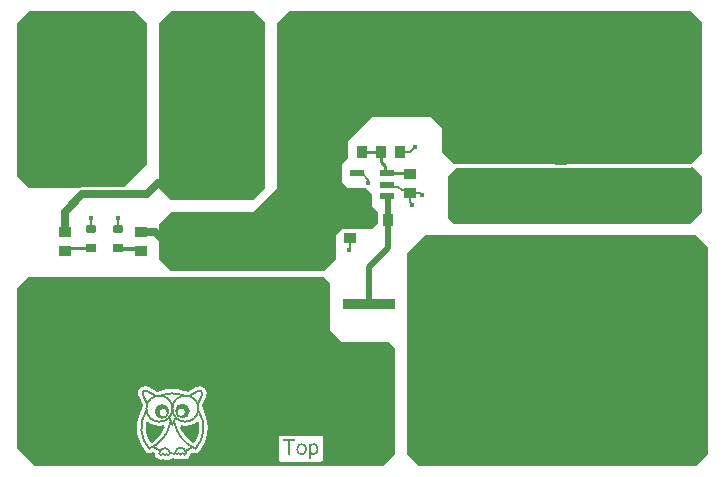
<source format=gtl>
G04*
G04 #@! TF.GenerationSoftware,Altium Limited,Altium Designer,20.0.2 (26)*
G04*
G04 Layer_Physical_Order=1*
G04 Layer_Color=255*
%FSLAX25Y25*%
%MOIN*%
G70*
G01*
G75*
%ADD12C,0.01000*%
%ADD13C,0.00787*%
%ADD15R,0.03937X0.03543*%
%ADD16R,0.03543X0.03937*%
%ADD17R,0.36614X0.40945*%
%ADD18R,0.17323X0.03740*%
%ADD19R,0.05118X0.02362*%
%ADD20R,0.12402X0.07717*%
%ADD21R,0.03347X0.02756*%
G04:AMPARAMS|DCode=22|XSize=33.47mil|YSize=27.56mil|CornerRadius=0mil|HoleSize=0mil|Usage=FLASHONLY|Rotation=0.000|XOffset=0mil|YOffset=0mil|HoleType=Round|Shape=Octagon|*
%AMOCTAGOND22*
4,1,8,0.01673,-0.00689,0.01673,0.00689,0.00984,0.01378,-0.00984,0.01378,-0.01673,0.00689,-0.01673,-0.00689,-0.00984,-0.01378,0.00984,-0.01378,0.01673,-0.00689,0.0*
%
%ADD22OCTAGOND22*%

%ADD23R,0.20315X0.14961*%
G04:AMPARAMS|DCode=24|XSize=62.99mil|YSize=56.69mil|CornerRadius=7.09mil|HoleSize=0mil|Usage=FLASHONLY|Rotation=90.000|XOffset=0mil|YOffset=0mil|HoleType=Round|Shape=RoundedRectangle|*
%AMROUNDEDRECTD24*
21,1,0.06299,0.04252,0,0,90.0*
21,1,0.04882,0.05669,0,0,90.0*
1,1,0.01417,0.02126,0.02441*
1,1,0.01417,0.02126,-0.02441*
1,1,0.01417,-0.02126,-0.02441*
1,1,0.01417,-0.02126,0.02441*
%
%ADD24ROUNDEDRECTD24*%
%ADD25R,0.10433X0.05118*%
%ADD26R,0.10630X0.04528*%
%ADD41C,0.00800*%
%ADD42C,0.01200*%
%ADD43C,0.02500*%
%ADD44C,0.01968*%
%ADD45C,0.23622*%
%ADD46C,0.02362*%
%ADD47C,0.01575*%
G36*
X232283Y149606D02*
Y106299D01*
X228346Y102362D01*
X149606D01*
X145669Y106299D01*
Y114173D01*
X141732Y118110D01*
X122047D01*
X114173Y110236D01*
X114173Y104331D01*
X112205Y102362D01*
Y96457D01*
X114173Y94488D01*
X120079D01*
X122047Y92520D01*
Y88583D01*
X124016Y86614D01*
Y82677D01*
X122047Y80709D01*
X117968D01*
Y80722D01*
X112031D01*
Y80535D01*
X110236Y78740D01*
X110236Y70866D01*
X106299Y66929D01*
X55118D01*
X51181Y70866D01*
X51181Y82677D01*
X55118Y86614D01*
X82677D01*
X86614Y90551D01*
X90551Y94488D01*
Y149606D01*
X94488Y153543D01*
X228346D01*
X232283Y149606D01*
D02*
G37*
G36*
X229331Y101378D02*
X232283Y98425D01*
X232283Y86614D01*
X228346Y82677D01*
X149606Y82677D01*
X147638Y84646D01*
Y98425D01*
X150555Y101343D01*
X182071D01*
Y101165D01*
X188008D01*
Y101343D01*
X228346D01*
X228524Y101378D01*
X229331D01*
D02*
G37*
G36*
X47244Y149606D02*
Y102362D01*
X39696Y94814D01*
X25591D01*
X24713Y94639D01*
X24487Y94488D01*
X7874D01*
X3937Y98425D01*
Y149606D01*
X7874Y153543D01*
X43307D01*
X47244Y149606D01*
D02*
G37*
G36*
X86614Y149606D02*
X86614Y94488D01*
X82677Y90551D01*
X55118D01*
X51181Y94488D01*
Y149606D01*
X55118Y153543D01*
X82677D01*
X86614Y149606D01*
D02*
G37*
G36*
X234252Y74803D02*
Y5906D01*
X230315Y1969D01*
X137795D01*
X133858Y5906D01*
Y72835D01*
X139764Y78740D01*
X230315D01*
X234252Y74803D01*
D02*
G37*
G36*
X108268Y62992D02*
Y47244D01*
X112205Y43307D01*
X127953D01*
Y43307D01*
X129921Y41339D01*
Y5906D01*
X125984Y1969D01*
X9843D01*
X3937Y7874D01*
Y61024D01*
X7874Y64961D01*
X106299D01*
X108268Y62992D01*
D02*
G37*
%LPC*%
G36*
X46580Y28495D02*
X45652Y28311D01*
X44865Y27785D01*
X44340Y26999D01*
X44155Y26071D01*
X44340Y25143D01*
X44408Y25041D01*
X44409Y25034D01*
X45705Y22279D01*
X45530Y20953D01*
X45564Y20697D01*
X45164Y20045D01*
X44439Y18296D01*
X43997Y16455D01*
X43849Y14568D01*
X43997Y12680D01*
X44439Y10839D01*
X45164Y9090D01*
X46153Y7476D01*
X46767Y6757D01*
X46779Y6739D01*
X46774Y6734D01*
X46835Y6643D01*
X46847Y6634D01*
X46867Y6607D01*
X47328Y6299D01*
X47872Y6191D01*
X48414Y6299D01*
X48404Y6324D01*
X49175Y6643D01*
X49597Y6385D01*
X49844Y5987D01*
D01*
X49998Y5213D01*
X50437Y4557D01*
X51093Y4118D01*
X51867Y3964D01*
X52484Y4087D01*
X53076Y3969D01*
X53664Y4086D01*
X54277Y3964D01*
X55051Y4118D01*
X55707Y4557D01*
X55718Y4572D01*
X55903Y4557D01*
X55967Y4562D01*
X56398Y4274D01*
X57172Y4120D01*
X57785Y4242D01*
X58373Y4125D01*
X58965Y4243D01*
X59582Y4120D01*
X60356Y4274D01*
X61012Y4713D01*
X61451Y5369D01*
X61574Y5991D01*
X62419Y6509D01*
X62865Y6324D01*
X62855Y6299D01*
X63398Y6191D01*
X63941Y6299D01*
X64402Y6607D01*
X64422Y6634D01*
X64435Y6643D01*
X64496Y6734D01*
X64490Y6739D01*
X64502Y6757D01*
X65116Y7476D01*
X66106Y9090D01*
X66830Y10839D01*
X67272Y12680D01*
X67421Y14568D01*
X67272Y16455D01*
X66830Y18296D01*
X66106Y20045D01*
X65706Y20697D01*
X65739Y20953D01*
X65575Y22200D01*
X66890Y24996D01*
X66892Y25004D01*
X66960Y25106D01*
X67145Y26033D01*
X66960Y26961D01*
X66435Y27748D01*
X65648Y28273D01*
X64720Y28458D01*
X64116Y28338D01*
X63792Y28273D01*
X63662Y28186D01*
X63613Y28168D01*
X60740Y26625D01*
X60167Y26700D01*
X59694Y26838D01*
X59606Y26875D01*
X59214Y26969D01*
X57645Y27346D01*
X55635Y27504D01*
X53624Y27346D01*
X51868Y26924D01*
X51664Y26875D01*
X51394Y26764D01*
X50927Y26677D01*
X50609Y26635D01*
X47686Y28206D01*
X47638Y28224D01*
X47507Y28311D01*
X47184Y28375D01*
X46580Y28495D01*
D02*
G37*
G36*
X105905Y11811D02*
X91339D01*
Y3543D01*
X91623D01*
Y3242D01*
X105324D01*
Y3543D01*
X105905D01*
Y11811D01*
D02*
G37*
%LPD*%
G36*
X64371Y16506D02*
X64413Y16369D01*
X64590Y14568D01*
X64413Y12766D01*
X63888Y11034D01*
X63237Y9817D01*
X62589Y9628D01*
X61795Y10115D01*
X60554Y11175D01*
X59494Y12416D01*
X58641Y13807D01*
X58163Y14962D01*
X58355Y15220D01*
X58536Y15367D01*
X59965Y15179D01*
X61460Y15376D01*
X62852Y15952D01*
X63797Y16677D01*
X64371Y16506D01*
D02*
G37*
G36*
X48417Y15952D02*
X49810Y15376D01*
X51304Y15179D01*
X52733Y15367D01*
X52914Y15220D01*
X53107Y14962D01*
X52628Y13807D01*
X51776Y12416D01*
X50716Y11175D01*
X49475Y10115D01*
X48681Y9628D01*
X48032Y9817D01*
X47382Y11034D01*
X46856Y12766D01*
X46679Y14568D01*
X46856Y16369D01*
X46898Y16506D01*
X47472Y16677D01*
X48417Y15952D01*
D02*
G37*
G36*
X102887Y9374D02*
X102938Y9367D01*
X103048Y9352D01*
X103179Y9323D01*
X103317Y9279D01*
X103456Y9214D01*
X103595Y9134D01*
X103602D01*
X103609Y9119D01*
X103653Y9090D01*
X103718Y9032D01*
X103799Y8959D01*
X103886Y8864D01*
X103974Y8747D01*
X104061Y8609D01*
X104134Y8456D01*
Y8448D01*
X104141Y8434D01*
X104148Y8412D01*
X104163Y8383D01*
X104178Y8339D01*
X104192Y8288D01*
X104229Y8171D01*
X104265Y8026D01*
X104294Y7865D01*
X104316Y7683D01*
X104323Y7493D01*
Y7486D01*
Y7472D01*
Y7442D01*
Y7399D01*
X104316Y7348D01*
Y7289D01*
X104302Y7158D01*
X104272Y6998D01*
X104236Y6830D01*
X104185Y6655D01*
X104119Y6480D01*
Y6473D01*
X104112Y6458D01*
X104097Y6436D01*
X104083Y6407D01*
X104032Y6327D01*
X103966Y6225D01*
X103886Y6116D01*
X103784Y6006D01*
X103667Y5897D01*
X103529Y5795D01*
X103522D01*
X103514Y5787D01*
X103492Y5773D01*
X103463Y5758D01*
X103390Y5722D01*
X103288Y5678D01*
X103164Y5634D01*
X103033Y5598D01*
X102880Y5569D01*
X102727Y5562D01*
X102676D01*
X102618Y5569D01*
X102545Y5576D01*
X102457Y5591D01*
X102363Y5613D01*
X102268Y5642D01*
X102173Y5685D01*
X102166Y5693D01*
X102129Y5707D01*
X102085Y5737D01*
X102027Y5780D01*
X101969Y5824D01*
X101896Y5882D01*
X101830Y5948D01*
X101772Y6021D01*
Y4242D01*
X101152D01*
Y9301D01*
X101714D01*
Y8820D01*
X101721Y8835D01*
X101750Y8864D01*
X101787Y8915D01*
X101845Y8973D01*
X101910Y9046D01*
X101983Y9112D01*
X102071Y9177D01*
X102158Y9236D01*
X102173Y9243D01*
X102202Y9257D01*
X102260Y9279D01*
X102333Y9309D01*
X102421Y9338D01*
X102523Y9360D01*
X102639Y9374D01*
X102771Y9381D01*
X102851D01*
X102887Y9374D01*
D02*
G37*
G36*
X96618Y10089D02*
X94956D01*
Y5642D01*
X94285D01*
Y10089D01*
X92623D01*
Y10686D01*
X96618D01*
Y10089D01*
D02*
G37*
G36*
X98834Y9374D02*
X98900Y9367D01*
X98973Y9352D01*
X99053Y9338D01*
X99148Y9323D01*
X99344Y9257D01*
X99446Y9221D01*
X99549Y9170D01*
X99651Y9119D01*
X99753Y9046D01*
X99847Y8973D01*
X99942Y8886D01*
X99950Y8879D01*
X99964Y8864D01*
X99986Y8835D01*
X100015Y8798D01*
X100051Y8747D01*
X100095Y8682D01*
X100139Y8609D01*
X100183Y8529D01*
X100226Y8441D01*
X100270Y8332D01*
X100314Y8222D01*
X100350Y8098D01*
X100380Y7967D01*
X100401Y7829D01*
X100416Y7683D01*
X100423Y7523D01*
Y7515D01*
Y7493D01*
Y7457D01*
Y7406D01*
X100416Y7348D01*
X100409Y7275D01*
Y7202D01*
X100394Y7122D01*
X100372Y6939D01*
X100329Y6757D01*
X100277Y6575D01*
X100205Y6407D01*
Y6400D01*
X100197Y6393D01*
X100183Y6371D01*
X100168Y6341D01*
X100117Y6269D01*
X100051Y6181D01*
X99964Y6079D01*
X99855Y5977D01*
X99731Y5875D01*
X99585Y5780D01*
X99578D01*
X99570Y5773D01*
X99549Y5758D01*
X99512Y5744D01*
X99476Y5729D01*
X99432Y5715D01*
X99323Y5671D01*
X99199Y5634D01*
X99045Y5598D01*
X98885Y5569D01*
X98710Y5562D01*
X98637D01*
X98579Y5569D01*
X98513Y5576D01*
X98440Y5591D01*
X98353Y5605D01*
X98265Y5620D01*
X98069Y5678D01*
X97959Y5722D01*
X97857Y5766D01*
X97755Y5824D01*
X97653Y5890D01*
X97558Y5962D01*
X97464Y6050D01*
X97456Y6057D01*
X97442Y6072D01*
X97420Y6101D01*
X97391Y6145D01*
X97354Y6196D01*
X97318Y6254D01*
X97274Y6327D01*
X97230Y6414D01*
X97187Y6509D01*
X97143Y6619D01*
X97106Y6735D01*
X97070Y6859D01*
X97041Y6998D01*
X97019Y7143D01*
X97004Y7304D01*
X96997Y7472D01*
Y7486D01*
Y7515D01*
X97004Y7566D01*
Y7639D01*
X97012Y7719D01*
X97026Y7821D01*
X97041Y7924D01*
X97070Y8040D01*
X97099Y8157D01*
X97136Y8281D01*
X97179Y8412D01*
X97238Y8536D01*
X97296Y8653D01*
X97376Y8769D01*
X97456Y8879D01*
X97558Y8973D01*
X97566Y8980D01*
X97580Y8988D01*
X97609Y9010D01*
X97646Y9039D01*
X97690Y9068D01*
X97748Y9104D01*
X97806Y9141D01*
X97879Y9177D01*
X97959Y9214D01*
X98047Y9250D01*
X98244Y9316D01*
X98470Y9367D01*
X98586Y9374D01*
X98710Y9381D01*
X98783D01*
X98834Y9374D01*
D02*
G37*
%LPC*%
G36*
X102712Y8893D02*
X102676D01*
X102647Y8886D01*
X102574Y8871D01*
X102479Y8849D01*
X102370Y8806D01*
X102253Y8740D01*
X102188Y8696D01*
X102129Y8645D01*
X102071Y8587D01*
X102013Y8521D01*
Y8514D01*
X101998Y8507D01*
X101983Y8485D01*
X101969Y8456D01*
X101947Y8412D01*
X101918Y8368D01*
X101889Y8310D01*
X101867Y8252D01*
X101838Y8179D01*
X101808Y8098D01*
X101787Y8011D01*
X101757Y7916D01*
X101743Y7807D01*
X101728Y7698D01*
X101714Y7581D01*
Y7450D01*
Y7442D01*
Y7421D01*
Y7384D01*
X101721Y7333D01*
Y7275D01*
X101728Y7209D01*
X101750Y7056D01*
X101787Y6881D01*
X101830Y6713D01*
X101903Y6546D01*
X101947Y6473D01*
X101998Y6407D01*
X102013Y6393D01*
X102049Y6356D01*
X102107Y6298D01*
X102188Y6239D01*
X102290Y6181D01*
X102406Y6123D01*
X102537Y6086D01*
X102610Y6079D01*
X102683Y6072D01*
X102727D01*
X102756Y6079D01*
X102829Y6094D01*
X102931Y6116D01*
X103041Y6159D01*
X103157Y6218D01*
X103274Y6305D01*
X103332Y6356D01*
X103390Y6414D01*
Y6422D01*
X103405Y6429D01*
X103419Y6451D01*
X103434Y6480D01*
X103463Y6516D01*
X103485Y6567D01*
X103514Y6619D01*
X103543Y6684D01*
X103565Y6750D01*
X103595Y6837D01*
X103624Y6925D01*
X103646Y7019D01*
X103660Y7129D01*
X103675Y7245D01*
X103689Y7369D01*
Y7501D01*
Y7508D01*
Y7530D01*
Y7566D01*
X103682Y7617D01*
Y7676D01*
X103675Y7741D01*
X103653Y7894D01*
X103616Y8062D01*
X103565Y8230D01*
X103492Y8397D01*
X103449Y8478D01*
X103398Y8543D01*
Y8550D01*
X103383Y8558D01*
X103347Y8601D01*
X103288Y8653D01*
X103208Y8718D01*
X103106Y8784D01*
X102989Y8842D01*
X102858Y8879D01*
X102785Y8886D01*
X102712Y8893D01*
D02*
G37*
G36*
X98710Y8871D02*
X98666D01*
X98630Y8864D01*
X98550Y8857D01*
X98440Y8827D01*
X98317Y8784D01*
X98185Y8725D01*
X98061Y8638D01*
X97996Y8580D01*
X97938Y8521D01*
Y8514D01*
X97923Y8507D01*
X97908Y8485D01*
X97886Y8456D01*
X97865Y8419D01*
X97843Y8375D01*
X97813Y8317D01*
X97784Y8259D01*
X97755Y8186D01*
X97726Y8113D01*
X97704Y8026D01*
X97682Y7931D01*
X97660Y7829D01*
X97646Y7719D01*
X97639Y7595D01*
X97631Y7472D01*
Y7464D01*
Y7442D01*
Y7406D01*
X97639Y7355D01*
Y7297D01*
X97646Y7231D01*
X97668Y7078D01*
X97704Y6903D01*
X97763Y6728D01*
X97835Y6560D01*
X97886Y6487D01*
X97938Y6414D01*
X97945D01*
X97952Y6400D01*
X97996Y6363D01*
X98061Y6305D01*
X98149Y6247D01*
X98258Y6181D01*
X98389Y6123D01*
X98542Y6086D01*
X98623Y6079D01*
X98710Y6072D01*
X98754D01*
X98790Y6079D01*
X98871Y6094D01*
X98980Y6116D01*
X99097Y6159D01*
X99228Y6218D01*
X99352Y6305D01*
X99417Y6363D01*
X99476Y6422D01*
X99483Y6429D01*
X99490Y6436D01*
X99505Y6458D01*
X99527Y6487D01*
X99549Y6524D01*
X99578Y6567D01*
X99607Y6626D01*
X99636Y6684D01*
X99665Y6757D01*
X99687Y6837D01*
X99716Y6925D01*
X99738Y7019D01*
X99760Y7129D01*
X99774Y7238D01*
X99789Y7362D01*
Y7493D01*
Y7501D01*
Y7523D01*
Y7559D01*
X99782Y7603D01*
Y7661D01*
X99774Y7727D01*
X99753Y7880D01*
X99716Y8040D01*
X99658Y8215D01*
X99578Y8375D01*
X99534Y8456D01*
X99476Y8521D01*
Y8529D01*
X99461Y8536D01*
X99417Y8580D01*
X99352Y8631D01*
X99264Y8696D01*
X99155Y8762D01*
X99024Y8820D01*
X98878Y8857D01*
X98798Y8864D01*
X98710Y8871D01*
D02*
G37*
%LPD*%
D12*
X19685Y73622D02*
X20669Y74606D01*
X28500D01*
X127176Y99389D02*
X134661D01*
X134800Y99250D01*
X127081Y99389D02*
X127176D01*
X126400Y100070D02*
X127081Y99389D01*
X126400Y100070D02*
Y101900D01*
X125106Y103194D02*
Y106649D01*
Y103194D02*
X126400Y101900D01*
X118905Y106649D02*
X125106D01*
D13*
X65604Y25601D02*
G03*
X64286Y26917I-884J432D01*
G01*
X54152Y19610D02*
G03*
X54152Y19610I-1575J0D01*
G01*
X60212Y6900D02*
G03*
X62296Y8124I-4309J9722D01*
G01*
X54553Y18064D02*
G03*
X55700Y15500I4503J475D01*
G01*
X46898Y20206D02*
G03*
X47840Y7647I9016J-5639D01*
G01*
X49348Y8254D02*
G03*
X51416Y6985I6555J8368D01*
G01*
X47872Y7612D02*
G03*
X54969Y16342I-4510J10916D01*
G01*
X53686Y5987D02*
G03*
X54867Y5987I591J0D01*
G01*
D02*
G03*
X51277Y5987I-1795J0D01*
G01*
X55044Y6023D02*
G03*
X56369Y5998I859J10599D01*
G01*
X51277Y5987D02*
G03*
X52458Y5987I591J0D01*
G01*
X59244Y25485D02*
G03*
X51862Y25429I-3609J-10832D01*
G01*
X55635Y20953D02*
G03*
X55635Y20953I-4331J0D01*
G01*
X47014Y26954D02*
G03*
X45695Y25639I-434J-883D01*
G01*
X54339Y20004D02*
G03*
X54339Y20004I-2156J0D01*
G01*
X54226Y19802D02*
G03*
X54226Y19802I-1828J0D01*
G01*
X60148Y19772D02*
G03*
X60148Y19772I-1575J0D01*
G01*
X55569Y15500D02*
G03*
X56715Y18050I-3356J3039D01*
G01*
X63430Y7647D02*
G03*
X64339Y20258I-8074J6920D01*
G01*
X56300Y16342D02*
G03*
X63398Y7612I11607J2186D01*
G01*
X64296Y20953D02*
G03*
X64296Y20953I-4331J0D01*
G01*
X61122Y20166D02*
G03*
X61122Y20166I-2156J0D01*
G01*
X60580Y19964D02*
G03*
X60580Y19964I-1828J0D01*
G01*
X52485Y5992D02*
G03*
X53666Y5992I591J0D01*
G01*
X56582Y6143D02*
G03*
X57763Y6143I591J0D01*
G01*
X60172D02*
G03*
X56582Y6143I-1795J0D01*
G01*
X58991D02*
G03*
X60172Y6143I591J0D01*
G01*
X57783Y6148D02*
G03*
X58964Y6148I591J0D01*
G01*
X61177Y25246D02*
X64286Y26917D01*
X64136Y22479D02*
X65604Y25601D01*
X47014Y26954D02*
X50123Y25283D01*
X45695Y25639D02*
X47164Y22516D01*
D15*
X19685Y73622D02*
D03*
Y79921D02*
D03*
X45276Y73622D02*
D03*
Y79921D02*
D03*
X134800Y99250D02*
D03*
Y92950D02*
D03*
X185039Y103937D02*
D03*
Y97638D02*
D03*
X115000Y84250D02*
D03*
Y77950D02*
D03*
D16*
X131405Y106649D02*
D03*
X125106D02*
D03*
X112606D02*
D03*
X118905D02*
D03*
X121350Y84000D02*
D03*
X127650D02*
D03*
D17*
X160400Y45700D02*
D03*
D18*
X121227Y35700D02*
D03*
Y55700D02*
D03*
D19*
X127176Y91909D02*
D03*
Y95649D02*
D03*
Y99389D02*
D03*
X117334D02*
D03*
Y91909D02*
D03*
D20*
X62992Y96260D02*
D03*
Y76968D02*
D03*
D21*
X28500Y74606D02*
D03*
X37402D02*
D03*
D22*
X28500Y80709D02*
D03*
X37402D02*
D03*
D23*
X61102Y113917D02*
D03*
D24*
X43307Y109724D02*
D03*
Y118110D02*
D03*
D25*
X159449Y98425D02*
D03*
Y109449D02*
D03*
X94488Y61516D02*
D03*
Y72539D02*
D03*
D26*
X173967Y109941D02*
D03*
Y98130D02*
D03*
X78740Y72835D02*
D03*
Y61024D02*
D03*
D41*
X118712Y99389D02*
X120900Y97201D01*
Y96200D02*
Y97201D01*
X117334Y99389D02*
X118712D01*
X115000Y74200D02*
Y77950D01*
X114600Y73800D02*
X115000Y74200D01*
X134800Y92950D02*
X138150D01*
X139000Y92100D01*
X133950Y93800D02*
X134800Y92950D01*
X132100Y93800D02*
X133950D01*
X127176Y95649D02*
X127861Y94965D01*
X130935D01*
X132100Y93800D01*
X135500Y89000D02*
X135600D01*
X134800Y89700D02*
Y92950D01*
Y89700D02*
X135500Y89000D01*
X131405Y106649D02*
X134849D01*
X136400Y108200D01*
X37402Y80709D02*
Y84646D01*
X28500Y80451D02*
Y84388D01*
X28500Y84388D02*
X28500Y84388D01*
D42*
X37402Y74606D02*
X37894Y74114D01*
X44783D01*
X45276Y73622D01*
D43*
X62795Y76772D02*
X62992Y76968D01*
X53150Y76772D02*
X62795D01*
X45276Y79921D02*
X50000D01*
X53150Y76772D01*
X50984Y96260D02*
X62992D01*
X47244Y92520D02*
X50984Y96260D01*
X19685Y86614D02*
X25591Y92520D01*
X47244D01*
X19685Y79921D02*
Y86614D01*
D44*
X121227Y55700D02*
Y68077D01*
X127650Y74500D02*
Y84000D01*
X121227Y68077D02*
X127650Y74500D01*
X127176Y91909D02*
X127216D01*
X127413Y91712D01*
Y84237D02*
Y91712D01*
Y84237D02*
X127650Y84000D01*
D45*
X209700Y34300D02*
D03*
Y118110D02*
D03*
X19685Y34300D02*
D03*
Y118110D02*
D03*
D46*
X228347Y98425D02*
D03*
X230315Y94488D02*
D03*
X228347Y90551D02*
D03*
X230315Y86614D02*
D03*
X224410Y98425D02*
D03*
X226378Y94488D02*
D03*
X224410Y90551D02*
D03*
X226378Y86614D02*
D03*
X220473Y98425D02*
D03*
X222441Y94488D02*
D03*
X220473Y90551D02*
D03*
X222441Y86614D02*
D03*
X216536Y98425D02*
D03*
X218504Y94488D02*
D03*
X216536Y90551D02*
D03*
X218504Y86614D02*
D03*
X212599Y98425D02*
D03*
X214567Y94488D02*
D03*
X212599Y90551D02*
D03*
X214567Y86614D02*
D03*
X208662Y98425D02*
D03*
X210630Y94488D02*
D03*
X208662Y90551D02*
D03*
X210630Y86614D02*
D03*
X204725Y98425D02*
D03*
X206693Y94488D02*
D03*
X204725Y90551D02*
D03*
X206693Y86614D02*
D03*
X200788Y98425D02*
D03*
X202756Y94488D02*
D03*
X200788Y90551D02*
D03*
X202756Y86614D02*
D03*
X196851Y98425D02*
D03*
X198819Y94488D02*
D03*
X196851Y90551D02*
D03*
X198819Y86614D02*
D03*
X192914Y98425D02*
D03*
X194882Y94488D02*
D03*
X192914Y90551D02*
D03*
X194882Y86614D02*
D03*
X190945Y94488D02*
D03*
X188977Y90551D02*
D03*
X190945Y86614D02*
D03*
X185040Y90551D02*
D03*
X187008Y86614D02*
D03*
X181103Y90551D02*
D03*
X183071Y86614D02*
D03*
X177166Y90551D02*
D03*
X179134Y86614D02*
D03*
X173229Y90551D02*
D03*
X175197Y86614D02*
D03*
X169292Y90551D02*
D03*
X171260Y86614D02*
D03*
X165355Y90551D02*
D03*
X167323Y86614D02*
D03*
X161418Y90551D02*
D03*
X163386Y86614D02*
D03*
X157481Y90551D02*
D03*
X159449Y86614D02*
D03*
X153544Y90551D02*
D03*
X155512Y86614D02*
D03*
X149607Y98425D02*
D03*
X151575Y94488D02*
D03*
X149607Y90551D02*
D03*
X151575Y86614D02*
D03*
X127953Y31496D02*
D03*
X125985Y27559D02*
D03*
X127953Y23622D02*
D03*
X125985Y19685D02*
D03*
X127953Y15748D02*
D03*
X125985Y11811D02*
D03*
X124016Y31496D02*
D03*
X122048Y27559D02*
D03*
X124016Y23622D02*
D03*
X122048Y19685D02*
D03*
X124016Y15748D02*
D03*
X122048Y11811D02*
D03*
X120079Y31496D02*
D03*
X118111Y27559D02*
D03*
X120079Y23622D02*
D03*
X118111Y19685D02*
D03*
X120079Y15748D02*
D03*
X118111Y11811D02*
D03*
X116142Y31496D02*
D03*
X114173Y27559D02*
D03*
X116142Y23622D02*
D03*
X114173Y19685D02*
D03*
X116142Y15748D02*
D03*
X114173Y11811D02*
D03*
X110237Y43307D02*
D03*
Y35433D02*
D03*
X112205Y31496D02*
D03*
X110237Y27559D02*
D03*
X112205Y23622D02*
D03*
X110237Y19685D02*
D03*
X112205Y15748D02*
D03*
X110237Y11811D02*
D03*
X106299Y59055D02*
D03*
Y51181D02*
D03*
Y43307D02*
D03*
X108268Y39370D02*
D03*
X106299Y35433D02*
D03*
X108268Y31496D02*
D03*
X106299Y27559D02*
D03*
X108268Y23622D02*
D03*
X106299Y19685D02*
D03*
X108268Y15748D02*
D03*
X104331Y62992D02*
D03*
X102363Y59055D02*
D03*
X104331Y55118D02*
D03*
X102363Y51181D02*
D03*
X104331Y47244D02*
D03*
X102363Y43307D02*
D03*
X104331Y39370D02*
D03*
X102363Y35433D02*
D03*
X104331Y31496D02*
D03*
X102363Y27559D02*
D03*
X104331Y23622D02*
D03*
X102363Y19685D02*
D03*
X104331Y15748D02*
D03*
X100394Y55118D02*
D03*
X98426Y51181D02*
D03*
X100394Y47244D02*
D03*
X98426Y43307D02*
D03*
X100394Y39370D02*
D03*
X98426Y35433D02*
D03*
X100394Y31496D02*
D03*
X98426Y27559D02*
D03*
X100394Y23622D02*
D03*
X98426Y19685D02*
D03*
X100394Y15748D02*
D03*
X96457Y55118D02*
D03*
Y47244D02*
D03*
X94489Y43307D02*
D03*
X96457Y39370D02*
D03*
X94489Y35433D02*
D03*
X96457Y31496D02*
D03*
X94489Y27559D02*
D03*
X96457Y23622D02*
D03*
X94489Y19685D02*
D03*
X96457Y15748D02*
D03*
X92520Y55118D02*
D03*
X90552Y43307D02*
D03*
X92520Y39370D02*
D03*
Y31496D02*
D03*
X90552Y27559D02*
D03*
X92520Y23622D02*
D03*
X90552Y19685D02*
D03*
X92520Y15748D02*
D03*
X86615Y59055D02*
D03*
X88583Y55118D02*
D03*
X86615Y43307D02*
D03*
X88583Y31496D02*
D03*
X86615Y27559D02*
D03*
X88583Y23622D02*
D03*
X86615Y19685D02*
D03*
X88583Y15748D02*
D03*
X86615Y11811D02*
D03*
X84646Y55118D02*
D03*
X82677Y43307D02*
D03*
X84646Y31496D02*
D03*
X82677Y27559D02*
D03*
X84646Y23622D02*
D03*
X82677Y19685D02*
D03*
X84646Y15748D02*
D03*
X82677Y11811D02*
D03*
X80709Y55118D02*
D03*
X78740Y43307D02*
D03*
X80709Y31496D02*
D03*
X78740Y27559D02*
D03*
X80709Y23622D02*
D03*
X78740Y19685D02*
D03*
X80709Y15748D02*
D03*
X78740Y11811D02*
D03*
X76772Y55118D02*
D03*
X74803Y43307D02*
D03*
X76772Y31496D02*
D03*
X74803Y27559D02*
D03*
X76772Y23622D02*
D03*
X74803Y19685D02*
D03*
X76772Y15748D02*
D03*
X74803Y11811D02*
D03*
X70866Y59055D02*
D03*
X72835Y55118D02*
D03*
X70866Y43307D02*
D03*
X72835Y31496D02*
D03*
X70866Y27559D02*
D03*
X72835Y23622D02*
D03*
X70866Y19685D02*
D03*
X72835Y15748D02*
D03*
X70866Y11811D02*
D03*
X68898Y62992D02*
D03*
X66929Y59055D02*
D03*
X68898Y55118D02*
D03*
X66929Y43307D02*
D03*
X68898Y31496D02*
D03*
Y23622D02*
D03*
Y15748D02*
D03*
X64961Y62992D02*
D03*
X62992Y59055D02*
D03*
X64961Y55118D02*
D03*
X62992Y43307D02*
D03*
X64961Y31496D02*
D03*
X61024Y62992D02*
D03*
X59055Y59055D02*
D03*
X61024Y55118D02*
D03*
X59055Y43307D02*
D03*
X61024Y31496D02*
D03*
X57087Y62992D02*
D03*
X55118Y59055D02*
D03*
X57087Y55118D02*
D03*
X55118Y43307D02*
D03*
X57087Y31496D02*
D03*
X53150Y62992D02*
D03*
X51181Y59055D02*
D03*
X53150Y55118D02*
D03*
X51181Y51181D02*
D03*
X53150Y47244D02*
D03*
X51181Y43307D02*
D03*
X53150Y39370D02*
D03*
Y31496D02*
D03*
X49213Y62992D02*
D03*
X47244Y59055D02*
D03*
X49213Y55118D02*
D03*
X47244Y51181D02*
D03*
X49213Y47244D02*
D03*
X47244Y43307D02*
D03*
X49213Y39370D02*
D03*
Y31496D02*
D03*
X45276Y62992D02*
D03*
X43307Y59055D02*
D03*
X45276Y55118D02*
D03*
X43307Y51181D02*
D03*
Y43307D02*
D03*
X45276Y39370D02*
D03*
X43307Y35433D02*
D03*
X45276Y31496D02*
D03*
X43307Y19685D02*
D03*
X41339Y62992D02*
D03*
X39370Y59055D02*
D03*
X41339Y55118D02*
D03*
Y47244D02*
D03*
X39370Y35433D02*
D03*
X41339Y31496D02*
D03*
X39370Y27559D02*
D03*
X41339Y23622D02*
D03*
X39370Y19685D02*
D03*
X41339Y15748D02*
D03*
X39370Y11811D02*
D03*
X35433Y59055D02*
D03*
Y51181D02*
D03*
X37402Y47244D02*
D03*
X35433Y43307D02*
D03*
X37402Y39370D02*
D03*
X35433Y35433D02*
D03*
X37402Y31496D02*
D03*
X35433Y27559D02*
D03*
X37402Y23622D02*
D03*
X35433Y19685D02*
D03*
X37402Y15748D02*
D03*
X35433Y11811D02*
D03*
X33465Y62992D02*
D03*
X31496Y59055D02*
D03*
X33465Y55118D02*
D03*
X31496Y43307D02*
D03*
X33465Y39370D02*
D03*
Y31496D02*
D03*
Y23622D02*
D03*
X31496Y19685D02*
D03*
X33465Y15748D02*
D03*
X31496Y11811D02*
D03*
X27559Y59055D02*
D03*
Y51181D02*
D03*
X29528Y47244D02*
D03*
Y23622D02*
D03*
X27559Y19685D02*
D03*
X29528Y15748D02*
D03*
X27559Y11811D02*
D03*
X25591Y62992D02*
D03*
X23622Y59055D02*
D03*
X25591Y55118D02*
D03*
X23622Y51181D02*
D03*
X25591Y47244D02*
D03*
X23622Y19685D02*
D03*
X25591Y15748D02*
D03*
X23622Y11811D02*
D03*
X21654Y62992D02*
D03*
X19685Y59055D02*
D03*
X21654Y55118D02*
D03*
X19685Y51181D02*
D03*
Y19685D02*
D03*
X21654Y15748D02*
D03*
X19685Y11811D02*
D03*
X17717Y62992D02*
D03*
X15748Y59055D02*
D03*
X17717Y55118D02*
D03*
X15748Y51181D02*
D03*
Y19685D02*
D03*
X17717Y15748D02*
D03*
X15748Y11811D02*
D03*
X13780Y62992D02*
D03*
X11811Y59055D02*
D03*
X13780Y55118D02*
D03*
X11811Y51181D02*
D03*
X13780Y47244D02*
D03*
X11811Y19685D02*
D03*
X13780Y15748D02*
D03*
X11811Y11811D02*
D03*
X232284Y70866D02*
D03*
Y62992D02*
D03*
Y55118D02*
D03*
Y47244D02*
D03*
Y39370D02*
D03*
Y31496D02*
D03*
Y23622D02*
D03*
Y15748D02*
D03*
Y7874D02*
D03*
X230315Y74803D02*
D03*
X228347Y70866D02*
D03*
X230315Y66929D02*
D03*
X228347Y62992D02*
D03*
X230315Y59055D02*
D03*
X228347Y55118D02*
D03*
X230315Y51181D02*
D03*
X228347Y47244D02*
D03*
X230315Y43307D02*
D03*
X228347Y39370D02*
D03*
X230315Y35433D02*
D03*
X228347Y31496D02*
D03*
X230315Y27559D02*
D03*
X228347Y23622D02*
D03*
X230315Y19685D02*
D03*
X228347Y15748D02*
D03*
X230315Y11811D02*
D03*
X228347Y7874D02*
D03*
X226378Y74803D02*
D03*
X224410Y70866D02*
D03*
X226378Y66929D02*
D03*
X224410Y62992D02*
D03*
X226378Y59055D02*
D03*
X224410Y55118D02*
D03*
X226378Y51181D02*
D03*
X224410Y47244D02*
D03*
X226378Y43307D02*
D03*
X224410Y39370D02*
D03*
X226378Y35433D02*
D03*
X224410Y31496D02*
D03*
X226378Y27559D02*
D03*
X224410Y23622D02*
D03*
X226378Y19685D02*
D03*
X224410Y15748D02*
D03*
X226378Y11811D02*
D03*
X224410Y7874D02*
D03*
X222441Y74803D02*
D03*
X220473Y70866D02*
D03*
X222441Y66929D02*
D03*
X220473Y62992D02*
D03*
X222441Y59055D02*
D03*
X220473Y55118D02*
D03*
X222441Y51181D02*
D03*
X220473Y47244D02*
D03*
X222441Y43307D02*
D03*
Y27559D02*
D03*
X220473Y23622D02*
D03*
X222441Y19685D02*
D03*
X220473Y15748D02*
D03*
X222441Y11811D02*
D03*
X220473Y7874D02*
D03*
X218504Y74803D02*
D03*
X216536Y70866D02*
D03*
X218504Y66929D02*
D03*
X216536Y62992D02*
D03*
X218504Y59055D02*
D03*
X216536Y55118D02*
D03*
X218504Y51181D02*
D03*
X216536Y47244D02*
D03*
X218504Y19685D02*
D03*
X216536Y15748D02*
D03*
X218504Y11811D02*
D03*
X216536Y7874D02*
D03*
X214567Y74803D02*
D03*
X212599Y70866D02*
D03*
X214567Y66929D02*
D03*
X212599Y62992D02*
D03*
X214567Y59055D02*
D03*
X212599Y55118D02*
D03*
X214567Y51181D02*
D03*
Y19685D02*
D03*
X212599Y15748D02*
D03*
X214567Y11811D02*
D03*
X212599Y7874D02*
D03*
X210630Y74803D02*
D03*
X208662Y70866D02*
D03*
X210630Y66929D02*
D03*
X208662Y62992D02*
D03*
X210630Y59055D02*
D03*
X208662Y55118D02*
D03*
X210630Y51181D02*
D03*
Y19685D02*
D03*
X208662Y15748D02*
D03*
X210630Y11811D02*
D03*
X208662Y7874D02*
D03*
X206693Y74803D02*
D03*
X204725Y70866D02*
D03*
X206693Y66929D02*
D03*
X204725Y62992D02*
D03*
X206693Y59055D02*
D03*
X204725Y55118D02*
D03*
X206693Y51181D02*
D03*
Y19685D02*
D03*
X204725Y15748D02*
D03*
X206693Y11811D02*
D03*
X204725Y7874D02*
D03*
X202756Y74803D02*
D03*
X200788Y70866D02*
D03*
X202756Y66929D02*
D03*
X200788Y62992D02*
D03*
X202756Y59055D02*
D03*
X200788Y55118D02*
D03*
X202756Y51181D02*
D03*
X200788Y47244D02*
D03*
X202756Y19685D02*
D03*
X200788Y15748D02*
D03*
X202756Y11811D02*
D03*
X200788Y7874D02*
D03*
X198819Y74803D02*
D03*
X196851Y70866D02*
D03*
X198819Y66929D02*
D03*
X196851Y62992D02*
D03*
X198819Y59055D02*
D03*
X196851Y55118D02*
D03*
X198819Y51181D02*
D03*
X196851Y47244D02*
D03*
X198819Y43307D02*
D03*
X196851Y23622D02*
D03*
X198819Y19685D02*
D03*
X196851Y15748D02*
D03*
X198819Y11811D02*
D03*
X196851Y7874D02*
D03*
X194882Y74803D02*
D03*
X192914Y70866D02*
D03*
X194882Y66929D02*
D03*
X192914Y62992D02*
D03*
X194882Y59055D02*
D03*
X192914Y55118D02*
D03*
X194882Y51181D02*
D03*
X192914Y47244D02*
D03*
X194882Y43307D02*
D03*
X192914Y39370D02*
D03*
X194882Y35433D02*
D03*
X192914Y31496D02*
D03*
X194882Y27559D02*
D03*
X192914Y23622D02*
D03*
X194882Y19685D02*
D03*
X192914Y15748D02*
D03*
X194882Y11811D02*
D03*
X192914Y7874D02*
D03*
X190945Y74803D02*
D03*
X188977Y70866D02*
D03*
X190945Y66929D02*
D03*
X188977Y62992D02*
D03*
X190945Y59055D02*
D03*
X188977Y55118D02*
D03*
X190945Y51181D02*
D03*
X188977Y47244D02*
D03*
X190945Y43307D02*
D03*
X188977Y39370D02*
D03*
X190945Y35433D02*
D03*
X188977Y31496D02*
D03*
X190945Y27559D02*
D03*
X188977Y23622D02*
D03*
X190945Y19685D02*
D03*
X188977Y15748D02*
D03*
X190945Y11811D02*
D03*
X188977Y7874D02*
D03*
X187008Y74803D02*
D03*
X185040Y70866D02*
D03*
X187008Y66929D02*
D03*
X185040Y62992D02*
D03*
X187008Y59055D02*
D03*
X185040Y55118D02*
D03*
X187008Y51181D02*
D03*
X185040Y47244D02*
D03*
X187008Y43307D02*
D03*
X185040Y39370D02*
D03*
X187008Y35433D02*
D03*
X185040Y31496D02*
D03*
X187008Y27559D02*
D03*
X185040Y23622D02*
D03*
X187008Y19685D02*
D03*
X185040Y15748D02*
D03*
X187008Y11811D02*
D03*
X185040Y7874D02*
D03*
X183071Y74803D02*
D03*
X181103Y70866D02*
D03*
X183071Y66929D02*
D03*
X181103Y62992D02*
D03*
X183071Y59055D02*
D03*
X181103Y55118D02*
D03*
X183071Y51181D02*
D03*
X181103Y47244D02*
D03*
X183071Y43307D02*
D03*
X181103Y39370D02*
D03*
X183071Y35433D02*
D03*
X181103Y31496D02*
D03*
X183071Y27559D02*
D03*
X181103Y23622D02*
D03*
X183071Y19685D02*
D03*
X181103Y15748D02*
D03*
X183071Y11811D02*
D03*
X181103Y7874D02*
D03*
X179134Y74803D02*
D03*
X177166Y70866D02*
D03*
X179134Y19685D02*
D03*
X177166Y15748D02*
D03*
X179134Y11811D02*
D03*
X177166Y7874D02*
D03*
X175197Y74803D02*
D03*
X173229Y70866D02*
D03*
X175197Y19685D02*
D03*
X173229Y15748D02*
D03*
X175197Y11811D02*
D03*
X173229Y7874D02*
D03*
X171260Y74803D02*
D03*
X169292Y70866D02*
D03*
X171260Y19685D02*
D03*
X169292Y15748D02*
D03*
X171260Y11811D02*
D03*
X169292Y7874D02*
D03*
X167323Y74803D02*
D03*
X165355Y70866D02*
D03*
X167323Y19685D02*
D03*
X165355Y15748D02*
D03*
X167323Y11811D02*
D03*
X165355Y7874D02*
D03*
X163386Y74803D02*
D03*
X161418Y70866D02*
D03*
X163386Y19685D02*
D03*
X161418Y15748D02*
D03*
X163386Y11811D02*
D03*
X161418Y7874D02*
D03*
X159449Y74803D02*
D03*
X157481Y70866D02*
D03*
X159449Y19685D02*
D03*
X157481Y15748D02*
D03*
X159449Y11811D02*
D03*
X157481Y7874D02*
D03*
X155512Y74803D02*
D03*
X153544Y70866D02*
D03*
X155512Y19685D02*
D03*
X153544Y15748D02*
D03*
X155512Y11811D02*
D03*
X153544Y7874D02*
D03*
X151575Y74803D02*
D03*
X149607Y70866D02*
D03*
X151575Y19685D02*
D03*
X149607Y15748D02*
D03*
X151575Y11811D02*
D03*
X149607Y7874D02*
D03*
X147638Y74803D02*
D03*
X145670Y70866D02*
D03*
X147638Y19685D02*
D03*
X145670Y15748D02*
D03*
X147638Y11811D02*
D03*
X145670Y7874D02*
D03*
X143701Y74803D02*
D03*
X141733Y70866D02*
D03*
X143701Y19685D02*
D03*
X141733Y15748D02*
D03*
X143701Y11811D02*
D03*
X141733Y7874D02*
D03*
D47*
X120900Y96200D02*
D03*
X114600Y73800D02*
D03*
X139000Y92100D02*
D03*
X135600Y89000D02*
D03*
X136400Y108200D02*
D03*
X175197Y62992D02*
D03*
X143701Y27559D02*
D03*
X147638D02*
D03*
X175197Y59055D02*
D03*
Y55118D02*
D03*
Y51181D02*
D03*
Y47244D02*
D03*
Y43307D02*
D03*
Y39370D02*
D03*
Y35433D02*
D03*
Y31496D02*
D03*
Y27559D02*
D03*
X159449D02*
D03*
X155512D02*
D03*
X151575D02*
D03*
X163386D02*
D03*
Y31496D02*
D03*
Y35433D02*
D03*
Y39370D02*
D03*
Y43307D02*
D03*
X167323D02*
D03*
Y39370D02*
D03*
Y35433D02*
D03*
Y31496D02*
D03*
Y27559D02*
D03*
X171260Y43307D02*
D03*
Y39370D02*
D03*
Y35433D02*
D03*
Y31496D02*
D03*
Y27559D02*
D03*
X163386Y47244D02*
D03*
Y51181D02*
D03*
Y55118D02*
D03*
Y59055D02*
D03*
Y62992D02*
D03*
X167323D02*
D03*
Y59055D02*
D03*
Y55118D02*
D03*
Y51181D02*
D03*
Y47244D02*
D03*
X171260Y62992D02*
D03*
Y59055D02*
D03*
Y55118D02*
D03*
Y51181D02*
D03*
Y47244D02*
D03*
X143701Y39370D02*
D03*
X147638D02*
D03*
X151575D02*
D03*
X155512D02*
D03*
X159449D02*
D03*
Y35433D02*
D03*
X155512D02*
D03*
X151575D02*
D03*
X147638D02*
D03*
X143701D02*
D03*
X159449Y31496D02*
D03*
X155512D02*
D03*
X151575D02*
D03*
X147638D02*
D03*
X143701D02*
D03*
Y51181D02*
D03*
X147638D02*
D03*
X151575D02*
D03*
X155512D02*
D03*
X159449D02*
D03*
Y47244D02*
D03*
X155512D02*
D03*
X151575D02*
D03*
X147638D02*
D03*
X143701D02*
D03*
X159449Y43307D02*
D03*
X155512D02*
D03*
X151575D02*
D03*
X147638D02*
D03*
X143701D02*
D03*
Y62992D02*
D03*
X147638D02*
D03*
X151575D02*
D03*
X155512D02*
D03*
X159449D02*
D03*
Y59055D02*
D03*
X155512D02*
D03*
X151575D02*
D03*
X147638D02*
D03*
X143701D02*
D03*
X159449Y55118D02*
D03*
X155512D02*
D03*
X151575D02*
D03*
X147638D02*
D03*
X143701D02*
D03*
X53150Y110236D02*
D03*
X57087D02*
D03*
X61024D02*
D03*
X64961D02*
D03*
X68898D02*
D03*
X53150Y114173D02*
D03*
X57087D02*
D03*
X61024D02*
D03*
X64961D02*
D03*
X68898D02*
D03*
Y118110D02*
D03*
X64961D02*
D03*
X61024D02*
D03*
X57087D02*
D03*
X53150D02*
D03*
X37402Y84646D02*
D03*
X28500Y84388D02*
D03*
M02*

</source>
